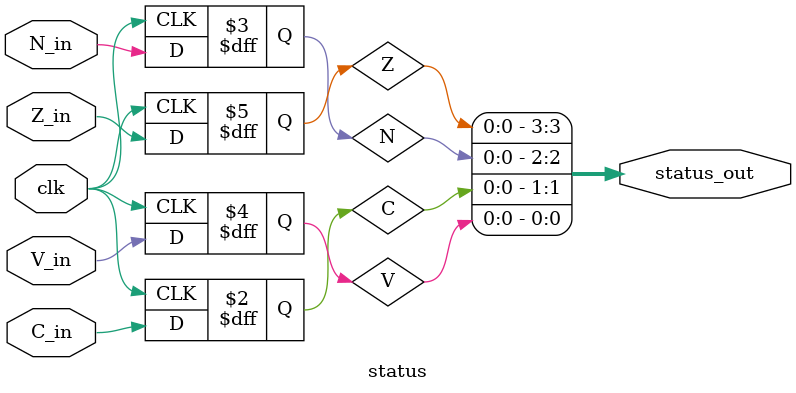
<source format=v>
module status (
    input  clk,           
    input  Z_in,          
    input  N_in,          
    input  V_in,          
    input  C_in,          
    output [3:0] status_out          
);

    reg Z, N, V, C;
    
    assign status_out = {Z, N, C, V};

    always @(posedge clk) begin 
        Z <= Z_in;   
        N <= N_in;   
        V <= V_in;   
        C <= C_in;   
    end
endmodule

</source>
